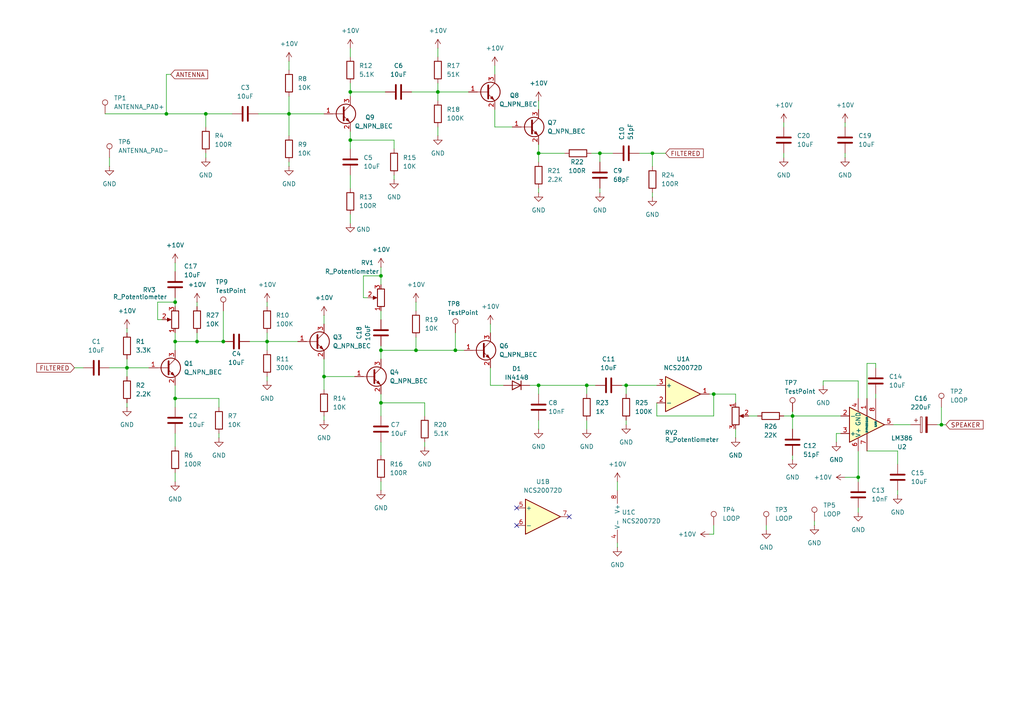
<source format=kicad_sch>
(kicad_sch (version 20250114) (generator "eeschema") (generator_version "9.0")
  (paper "A4")
  (lib_symbols
    (symbol "Amplifier_Audio:LM386" (pin_names (offset 0.127))
      (property "Reference" "U" (at 1.27 7.62 0))
      (property "Value" "LM386" (at 1.27 5.08 0))
      (symbol "LM386_0_1"
        (polyline (pts (xy 5.08 0) (xy -5.08 5.08) (xy -5.08 -5.08) (xy 5.08 0)) (stroke (width 0.254)) (fill (type background)))
      )
      (symbol "LM386_1_1"
        (pin input line (at -7.62 2.54 0) (length 2.54) (name "+") (number "3"))
        (pin input line (at -7.62 -2.54 0) (length 2.54) (name "-") (number "2"))
        (pin power_in line (at -2.54 7.62 270) (length 3.81) (name "V+") (number "6"))
        (pin power_in line (at -2.54 -7.62 90) (length 3.81) (name "GND") (number "4"))
        (pin input line (at 0 7.62 270) (length 5.08) (name "BYPASS") (number "7"))
        (pin input line (at 0 -7.62 90) (length 5.08) (name "GAIN") (number "1"))
        (pin input line (at 2.54 -7.62 90) (length 6.35) (name "GAIN") (number "8"))
        (pin output line (at 7.62 0 180) (length 2.54) (name "~") (number "5"))
      )
    )
    (symbol "Amplifier_Operational:NCS20072D" (pin_names (offset 0.127))
      (property "Reference" "U" (at 2.54 6.35 0))
      (property "Value" "NCS20072D" (at 2.54 3.81 0))
      (symbol "NCS20072D_1_1"
        (polyline (pts (xy 5.08 0) (xy -5.08 5.08) (xy -5.08 -5.08) (xy 5.08 0)) (stroke (width 0.254)) (fill (type background)))
        (pin input line (at -7.62 2.54 0) (length 2.54) (name "+") (number "3"))
        (pin input line (at -7.62 -2.54 0) (length 2.54) (name "-") (number "2"))
        (pin output line (at 7.62 0 180) (length 2.54) (name "~") (number "1"))
      )
      (symbol "NCS20072D_2_1"
        (polyline (pts (xy 5.08 0) (xy -5.08 5.08) (xy -5.08 -5.08) (xy 5.08 0)) (stroke (width 0.254)) (fill (type background)))
        (pin input line (at -7.62 2.54 0) (length 2.54) (name "+") (number "5"))
        (pin input line (at -7.62 -2.54 0) (length 2.54) (name "-") (number "6"))
        (pin output line (at 7.62 0 180) (length 2.54) (name "~") (number "7"))
      )
      (symbol "NCS20072D_3_1"
        (pin power_in line (at 0 7.62 270) (length 3.81) (name "V+") (number "8"))
        (pin power_in line (at 0 -7.62 90) (length 3.81) (name "V-") (number "4"))
      )
    )
    (symbol "Connector:TestPoint" (pin_numbers (hide yes)) (pin_names (offset 0.762) (hide yes))
      (property "Reference" "TP" (at 0 6.858 0))
      (property "Value" "TestPoint" (at 0 5.08 0))
      (symbol "TestPoint_0_1"
        (circle (center 0 3.302) (radius 0.762))
      )
      (symbol "TestPoint_1_1"
        (pin passive line (at 0 0 90) (length 2.54) (name "1") (number "1"))
      )
    )
    (symbol "Device:C" (pin_numbers (hide yes)) (pin_names (offset 0.254))
      (property "Reference" "C" (at 0.635 2.54 0))
      (property "Value" "C" (at 0.635 -2.54 0))
      (symbol "C_0_1"
        (polyline (pts (xy -2.032 0.762) (xy 2.032 0.762)) (stroke (width 0.508)))
        (polyline (pts (xy -2.032 -0.762) (xy 2.032 -0.762)) (stroke (width 0.508)))
      )
      (symbol "C_1_1"
        (pin passive line (at 0 3.81 270) (length 2.794) (name "~") (number "1"))
        (pin passive line (at 0 -3.81 90) (length 2.794) (name "~") (number "2"))
      )
    )
    (symbol "Device:C_Polarized" (pin_numbers (hide yes)) (pin_names (offset 0.254))
      (property "Reference" "C" (at 0.635 2.54 0))
      (property "Value" "C_Polarized" (at 0.635 -2.54 0))
      (symbol "C_Polarized_0_1"
        (rectangle (start -2.286 0.508) (end 2.286 1.016))
        (polyline (pts (xy -1.778 2.286) (xy -0.762 2.286)))
        (polyline (pts (xy -1.27 2.794) (xy -1.27 1.778)))
        (rectangle (start 2.286 -0.508) (end -2.286 -1.016) (fill (type outline)))
      )
      (symbol "C_Polarized_1_1"
        (pin passive line (at 0 3.81 270) (length 2.794) (name "~") (number "1"))
        (pin passive line (at 0 -3.81 90) (length 2.794) (name "~") (number "2"))
      )
    )
    (symbol "Device:D" (pin_numbers (hide yes)) (pin_names (offset 1.016) (hide yes))
      (property "Reference" "D" (at 0 2.54 0))
      (property "Value" "D" (at 0 -2.54 0))
      (symbol "D_0_1"
        (polyline (pts (xy -1.27 1.27) (xy -1.27 -1.27)) (stroke (width 0.254)))
        (polyline (pts (xy 1.27 1.27) (xy 1.27 -1.27) (xy -1.27 0) (xy 1.27 1.27)) (stroke (width 0.254)))
        (polyline (pts (xy 1.27 0) (xy -1.27 0)))
      )
      (symbol "D_1_1"
        (pin passive line (at -3.81 0 0) (length 2.54) (name "K") (number "1"))
        (pin passive line (at 3.81 0 180) (length 2.54) (name "A") (number "2"))
      )
    )
    (symbol "Device:R" (pin_numbers (hide yes)) (pin_names (offset 0))
      (property "Reference" "R" (at 2.032 0 90))
      (property "Value" "R" (at 0 0 90))
      (symbol "R_0_1"
        (rectangle (start -1.016 -2.54) (end 1.016 2.54) (stroke (width 0.254)))
      )
      (symbol "R_1_1"
        (pin passive line (at 0 3.81 270) (length 1.27) (name "~") (number "1"))
        (pin passive line (at 0 -3.81 90) (length 1.27) (name "~") (number "2"))
      )
    )
    (symbol "Device:R_Potentiometer" (pin_names (offset 1.016) (hide yes))
      (property "Reference" "RV" (at -4.445 0 90))
      (property "Value" "R_Potentiometer" (at -2.54 0 90))
      (symbol "R_Potentiometer_0_1"
        (rectangle (start 1.016 2.54) (end -1.016 -2.54) (stroke (width 0.254)))
        (polyline (pts (xy 1.143 0) (xy 2.286 0.508) (xy 2.286 -0.508) (xy 1.143 0)) (fill (type outline)))
        (polyline (pts (xy 2.54 0) (xy 1.524 0)))
      )
      (symbol "R_Potentiometer_1_1"
        (pin passive line (at 0 3.81 270) (length 1.27) (name "1") (number "1"))
        (pin passive line (at 0 -3.81 90) (length 1.27) (name "3") (number "3"))
        (pin passive line (at 3.81 0 180) (length 1.27) (name "2") (number "2"))
      )
    )
    (symbol "Transistor_BJT:Q_NPN_BEC" (pin_names (offset 0) (hide yes))
      (property "Reference" "Q" (at 5.08 1.27 0))
      (property "Value" "Q_NPN_BEC" (at 5.08 -1.27 0))
      (symbol "Q_NPN_BEC_0_1"
        (polyline (pts (xy -2.54 0) (xy 0.635 0)))
        (polyline (pts (xy 0.635 1.905) (xy 0.635 -1.905)) (stroke (width 0.508)))
        (circle (center 1.27 0) (radius 2.8194) (stroke (width 0.254)))
      )
      (symbol "Q_NPN_BEC_1_1"
        (polyline (pts (xy 0.635 0.635) (xy 2.54 2.54)))
        (polyline (pts (xy 0.635 -0.635) (xy 2.54 -2.54)))
        (polyline (pts (xy 1.27 -1.778) (xy 1.778 -1.27) (xy 2.286 -2.286) (xy 1.27 -1.778)) (fill (type outline)))
        (pin input line (at -5.08 0 0) (length 2.54) (name "B") (number "1"))
        (pin passive line (at 2.54 5.08 270) (length 2.54) (name "C") (number "3"))
        (pin passive line (at 2.54 -5.08 90) (length 2.54) (name "E") (number "2"))
      )
    )
    (symbol "power:+10V" (power) (pin_numbers (hide yes)) (pin_names (offset 0) (hide yes))
      (property "Value" "+10V" (at 0 3.556 0))
      (symbol "+10V_0_1"
        (polyline (pts (xy -0.762 1.27) (xy 0 2.54)))
        (polyline (pts (xy 0 2.54) (xy 0.762 1.27)))
        (polyline (pts (xy 0 0) (xy 0 2.54)))
      )
      (symbol "+10V_1_1"
        (pin power_in line (at 0 0 90) (length 0) (name "~") (number "1"))
      )
    )
    (symbol "power:GND" (power) (pin_numbers (hide yes)) (pin_names (offset 0) (hide yes))
      (property "Value" "GND" (at 0 -3.81 0))
      (symbol "GND_0_1"
        (polyline (pts (xy 0 0) (xy 0 -1.27) (xy 1.27 -1.27) (xy 0 -2.54) (xy -1.27 -1.27) (xy 0 -1.27)))
      )
      (symbol "GND_1_1"
        (pin power_in line (at 0 0 270) (length 0) (name "~") (number "1"))
      )
    )
  )
  (junction (at 110.49 116.84))
  (junction (at 57.15 99.06))
  (junction (at 173.99 44.45))
  (junction (at 36.83 106.68))
  (junction (at 156.21 111.76))
  (junction (at 132.08 101.6))
  (junction (at 77.47 99.06))
  (junction (at 50.8 99.06))
  (junction (at 181.61 111.76))
  (junction (at 110.49 101.6))
  (junction (at 189.23 44.45))
  (junction (at 50.8 87.63))
  (junction (at 170.18 111.76))
  (junction (at 64.77 99.06))
  (junction (at 110.49 80.01))
  (junction (at 48.26 33.02))
  (junction (at 83.82 33.02))
  (junction (at 101.6 26.67))
  (junction (at 248.92 138.43))
  (junction (at 120.65 101.6))
  (junction (at 101.6 40.64))
  (junction (at 50.8 115.57))
  (junction (at 59.69 33.02))
  (junction (at 156.21 44.45))
  (junction (at 127 26.67))
  (junction (at 207.01 114.3))
  (junction (at 229.87 120.65))
  (junction (at 93.98 109.22))
  (junction (at 273.05 123.19))
  (no_connect (at 149.86 152.4))
  (no_connect (at 165.1 149.86))
  (no_connect (at 149.86 147.32))
  (wire (pts (xy 132.08 101.6) (xy 134.62 101.6)))
  (wire (pts (xy 31.75 45.72) (xy 31.75 48.26)))
  (wire (pts (xy 142.24 93.98) (xy 142.24 96.52)))
  (wire (pts (xy 156.21 111.76) (xy 156.21 114.3)))
  (wire (pts (xy 273.05 118.11) (xy 273.05 123.19)))
  (wire (pts (xy 101.6 13.97) (xy 101.6 16.51)))
  (wire (pts (xy 93.98 91.44) (xy 93.98 93.98)))
  (wire (pts (xy 48.26 21.59) (xy 48.26 33.02)))
  (wire (pts (xy 229.87 119.38) (xy 229.87 120.65)))
  (wire (pts (xy 72.39 99.06) (xy 77.47 99.06)))
  (wire (pts (xy 120.65 97.79) (xy 120.65 101.6)))
  (wire (pts (xy 242.57 125.73) (xy 243.84 125.73)))
  (wire (pts (xy 59.69 33.02) (xy 59.69 36.83)))
  (wire (pts (xy 254 114.3) (xy 254 115.57)))
  (wire (pts (xy 105.41 86.36) (xy 106.68 86.36)))
  (wire (pts (xy 127 13.97) (xy 127 16.51)))
  (wire (pts (xy 185.42 44.45) (xy 189.23 44.45)))
  (wire (pts (xy 59.69 33.02) (xy 67.31 33.02)))
  (wire (pts (xy 63.5 125.73) (xy 63.5 127)))
  (wire (pts (xy 50.8 125.73) (xy 50.8 129.54)))
  (wire (pts (xy 77.47 99.06) (xy 77.47 96.52)))
  (wire (pts (xy 105.41 80.01) (xy 105.41 86.36)))
  (wire (pts (xy 156.21 54.61) (xy 156.21 55.88)))
  (wire (pts (xy 173.99 44.45) (xy 177.8 44.45)))
  (wire (pts (xy 229.87 120.65) (xy 229.87 124.46)))
  (wire (pts (xy 181.61 111.76) (xy 190.5 111.76)))
  (wire (pts (xy 93.98 120.65) (xy 93.98 121.92)))
  (wire (pts (xy 30.48 33.02) (xy 48.26 33.02)))
  (wire (pts (xy 101.6 24.13) (xy 101.6 26.67)))
  (wire (pts (xy 101.6 26.67) (xy 101.6 27.94)))
  (wire (pts (xy 77.47 99.06) (xy 77.47 101.6)))
  (wire (pts (xy 142.24 111.76) (xy 146.05 111.76)))
  (wire (pts (xy 101.6 50.8) (xy 101.6 54.61)))
  (wire (pts (xy 83.82 27.94) (xy 83.82 33.02)))
  (wire (pts (xy 156.21 111.76) (xy 170.18 111.76)))
  (wire (pts (xy 77.47 87.63) (xy 77.47 88.9)))
  (wire (pts (xy 248.92 147.32) (xy 248.92 148.59)))
  (wire (pts (xy 190.5 120.65) (xy 207.01 120.65)))
  (wire (pts (xy 101.6 40.64) (xy 114.3 40.64)))
  (wire (pts (xy 57.15 99.06) (xy 64.77 99.06)))
  (wire (pts (xy 119.38 26.67) (xy 127 26.67)))
  (wire (pts (xy 127 26.67) (xy 135.89 26.67)))
  (wire (pts (xy 170.18 111.76) (xy 170.18 114.3)))
  (wire (pts (xy 83.82 46.99) (xy 83.82 48.26)))
  (wire (pts (xy 50.8 87.63) (xy 50.8 88.9)))
  (wire (pts (xy 245.11 44.45) (xy 245.11 45.72)))
  (wire (pts (xy 271.78 123.19) (xy 273.05 123.19)))
  (wire (pts (xy 48.26 33.02) (xy 59.69 33.02)))
  (wire (pts (xy 101.6 26.67) (xy 111.76 26.67)))
  (wire (pts (xy 156.21 44.45) (xy 163.83 44.45)))
  (wire (pts (xy 110.49 101.6) (xy 110.49 104.14)))
  (wire (pts (xy 132.08 96.52) (xy 132.08 101.6)))
  (wire (pts (xy 143.51 19.05) (xy 143.51 21.59)))
  (wire (pts (xy 153.67 111.76) (xy 156.21 111.76)))
  (wire (pts (xy 110.49 114.3) (xy 110.49 116.84)))
  (wire (pts (xy 101.6 62.23) (xy 101.6 64.77)))
  (wire (pts (xy 110.49 77.47) (xy 110.49 80.01)))
  (wire (pts (xy 254 105.41) (xy 254 106.68)))
  (wire (pts (xy 229.87 132.08) (xy 229.87 133.35)))
  (wire (pts (xy 45.72 87.63) (xy 50.8 87.63)))
  (wire (pts (xy 156.21 41.91) (xy 156.21 44.45)))
  (wire (pts (xy 259.08 123.19) (xy 264.16 123.19)))
  (wire (pts (xy 181.61 121.92) (xy 181.61 123.19)))
  (wire (pts (xy 110.49 116.84) (xy 123.19 116.84)))
  (wire (pts (xy 110.49 139.7) (xy 110.49 142.24)))
  (wire (pts (xy 227.33 35.56) (xy 227.33 36.83)))
  (wire (pts (xy 110.49 100.33) (xy 110.49 101.6)))
  (wire (pts (xy 127 26.67) (xy 127 29.21)))
  (wire (pts (xy 172.72 111.76) (xy 170.18 111.76)))
  (wire (pts (xy 74.93 33.02) (xy 83.82 33.02)))
  (wire (pts (xy 93.98 113.03) (xy 93.98 109.22)))
  (wire (pts (xy 36.83 116.84) (xy 36.83 118.11)))
  (wire (pts (xy 245.11 138.43) (xy 248.92 138.43)))
  (wire (pts (xy 227.33 120.65) (xy 229.87 120.65)))
  (wire (pts (xy 245.11 35.56) (xy 245.11 36.83)))
  (wire (pts (xy 207.01 114.3) (xy 205.74 114.3)))
  (wire (pts (xy 83.82 33.02) (xy 93.98 33.02)))
  (wire (pts (xy 59.69 44.45) (xy 59.69 45.72)))
  (wire (pts (xy 101.6 40.64) (xy 101.6 43.18)))
  (wire (pts (xy 123.19 128.27) (xy 123.19 129.54)))
  (wire (pts (xy 21.59 106.68) (xy 24.13 106.68)))
  (wire (pts (xy 227.33 44.45) (xy 227.33 45.72)))
  (wire (pts (xy 83.82 17.78) (xy 83.82 20.32)))
  (wire (pts (xy 77.47 109.22) (xy 77.47 110.49)))
  (wire (pts (xy 213.36 116.84) (xy 213.36 114.3)))
  (wire (pts (xy 229.87 120.65) (xy 243.84 120.65)))
  (wire (pts (xy 120.65 101.6) (xy 132.08 101.6)))
  (wire (pts (xy 50.8 137.16) (xy 50.8 139.7)))
  (wire (pts (xy 110.49 128.27) (xy 110.49 132.08)))
  (wire (pts (xy 36.83 104.14) (xy 36.83 106.68)))
  (wire (pts (xy 248.92 130.81) (xy 248.92 138.43)))
  (wire (pts (xy 180.34 111.76) (xy 181.61 111.76)))
  (wire (pts (xy 123.19 116.84) (xy 123.19 120.65)))
  (wire (pts (xy 207.01 120.65) (xy 207.01 114.3)))
  (wire (pts (xy 181.61 111.76) (xy 181.61 114.3)))
  (wire (pts (xy 213.36 114.3) (xy 207.01 114.3)))
  (wire (pts (xy 36.83 106.68) (xy 43.18 106.68)))
  (wire (pts (xy 248.92 138.43) (xy 248.92 139.7)))
  (wire (pts (xy 248.92 110.49) (xy 248.92 115.57)))
  (wire (pts (xy 238.76 111.76) (xy 238.76 110.49)))
  (wire (pts (xy 260.35 134.62) (xy 260.35 130.81)))
  (wire (pts (xy 143.51 36.83) (xy 148.59 36.83)))
  (wire (pts (xy 110.49 80.01) (xy 105.41 80.01)))
  (wire (pts (xy 189.23 44.45) (xy 193.04 44.45)))
  (wire (pts (xy 114.3 40.64) (xy 114.3 43.18)))
  (wire (pts (xy 36.83 95.25) (xy 36.83 96.52)))
  (wire (pts (xy 173.99 54.61) (xy 173.99 55.88)))
  (wire (pts (xy 57.15 87.63) (xy 57.15 88.9)))
  (wire (pts (xy 217.17 120.65) (xy 219.71 120.65)))
  (wire (pts (xy 260.35 130.81) (xy 251.46 130.81)))
  (wire (pts (xy 46.99 92.71) (xy 45.72 92.71)))
  (wire (pts (xy 189.23 55.88) (xy 189.23 57.15)))
  (wire (pts (xy 142.24 106.68) (xy 142.24 111.76)))
  (wire (pts (xy 50.8 76.2) (xy 50.8 78.74)))
  (wire (pts (xy 127 36.83) (xy 127 39.37)))
  (wire (pts (xy 120.65 87.63) (xy 120.65 90.17)))
  (wire (pts (xy 31.75 106.68) (xy 36.83 106.68)))
  (wire (pts (xy 50.8 99.06) (xy 57.15 99.06)))
  (wire (pts (xy 50.8 96.52) (xy 50.8 99.06)))
  (wire (pts (xy 110.49 90.17) (xy 110.49 92.71)))
  (wire (pts (xy 93.98 104.14) (xy 93.98 109.22)))
  (wire (pts (xy 50.8 86.36) (xy 50.8 87.63)))
  (wire (pts (xy 110.49 80.01) (xy 110.49 82.55)))
  (wire (pts (xy 77.47 99.06) (xy 86.36 99.06)))
  (wire (pts (xy 236.22 151.13) (xy 236.22 152.4)))
  (wire (pts (xy 205.74 154.94) (xy 207.01 154.94)))
  (wire (pts (xy 114.3 50.8) (xy 114.3 52.07)))
  (wire (pts (xy 49.53 21.59) (xy 48.26 21.59)))
  (wire (pts (xy 156.21 121.92) (xy 156.21 124.46)))
  (wire (pts (xy 83.82 33.02) (xy 83.82 39.37)))
  (wire (pts (xy 170.18 121.92) (xy 170.18 124.46)))
  (wire (pts (xy 50.8 111.76) (xy 50.8 115.57)))
  (wire (pts (xy 93.98 109.22) (xy 102.87 109.22)))
  (wire (pts (xy 143.51 31.75) (xy 143.51 36.83)))
  (wire (pts (xy 173.99 44.45) (xy 173.99 46.99)))
  (wire (pts (xy 50.8 115.57) (xy 50.8 118.11)))
  (wire (pts (xy 57.15 96.52) (xy 57.15 99.06)))
  (wire (pts (xy 171.45 44.45) (xy 173.99 44.45)))
  (wire (pts (xy 251.46 105.41) (xy 254 105.41)))
  (wire (pts (xy 273.05 123.19) (xy 274.32 123.19)))
  (wire (pts (xy 36.83 106.68) (xy 36.83 109.22)))
  (wire (pts (xy 64.77 90.17) (xy 64.77 99.06)))
  (wire (pts (xy 190.5 116.84) (xy 190.5 120.65)))
  (wire (pts (xy 63.5 115.57) (xy 63.5 118.11)))
  (wire (pts (xy 179.07 157.48) (xy 179.07 158.75)))
  (wire (pts (xy 101.6 38.1) (xy 101.6 40.64)))
  (wire (pts (xy 242.57 128.27) (xy 242.57 125.73)))
  (wire (pts (xy 110.49 116.84) (xy 110.49 120.65)))
  (wire (pts (xy 50.8 115.57) (xy 63.5 115.57)))
  (wire (pts (xy 156.21 29.21) (xy 156.21 31.75)))
  (wire (pts (xy 110.49 101.6) (xy 120.65 101.6)))
  (wire (pts (xy 213.36 124.46) (xy 213.36 127)))
  (wire (pts (xy 179.07 139.7) (xy 179.07 142.24)))
  (wire (pts (xy 50.8 99.06) (xy 50.8 101.6)))
  (wire (pts (xy 207.01 154.94) (xy 207.01 152.4)))
  (wire (pts (xy 127 24.13) (xy 127 26.67)))
  (wire (pts (xy 222.25 152.4) (xy 222.25 153.67)))
  (wire (pts (xy 260.35 142.24) (xy 260.35 143.51)))
  (wire (pts (xy 45.72 92.71) (xy 45.72 87.63)))
  (wire (pts (xy 156.21 44.45) (xy 156.21 46.99)))
  (wire (pts (xy 251.46 115.57) (xy 251.46 105.41)))
  (wire (pts (xy 189.23 48.26) (xy 189.23 44.45)))
  (wire (pts (xy 238.76 110.49) (xy 248.92 110.49)))
  (global_label "ANTENNA" (shape input) (at 49.53 21.59 0) (property "Intersheetrefs" "${INTERSHEET_REFS}" (effects (hide yes))))
  (global_label "FILTERED" (shape input) (at 21.59 106.68 180) (property "Intersheetrefs" "${INTERSHEET_REFS}" (effects (hide yes))))
  (global_label "FILTERED" (shape input) (at 193.04 44.45 0) (property "Intersheetrefs" "${INTERSHEET_REFS}" (effects (hide yes))))
  (global_label "SPEAKER" (shape input) (at 274.32 123.19 0) (property "Intersheetrefs" "${INTERSHEET_REFS}" (effects (hide yes))))
  (symbol (lib_id "power:+10V") (at 127 13.97 0) (unit 1)
    (property "Reference" "#PWR0118" (effects (hide yes)))
    (property "Value" "+10V" (at 127 8.89 0))
    (property "Description" "Power symbol creates a global label with name \"+10V\"" (effects (hide yes)))
  )
  (symbol (lib_id "power:+10V") (at 36.83 95.25 0) (unit 1)
    (property "Reference" "#PWR0112" (effects (hide yes)))
    (property "Value" "+10V" (at 36.83 90.17 0))
    (property "Description" "Power symbol creates a global label with name \"+10V\"" (effects (hide yes)))
  )
  (symbol (lib_id "Device:R") (at 57.15 92.71 180) (unit 1)
    (property "Reference" "R27" (at 59.69 91.4399 0) (effects (justify right)))
    (property "Value" "10K" (at 59.69 93.9799 0) (effects (justify right)))
    (property "Footprint" "Resistor_SMD:R_0603_1608Metric" (effects (hide yes)))
    (property "Description" "Resistor" (effects (hide yes)))
  )
  (symbol (lib_id "power:GND") (at 229.87 133.35 0) (unit 1)
    (property "Reference" "#PWR0101" (effects (hide yes)))
    (property "Value" "GND" (at 229.87 138.43 0))
    (property "Description" "Power symbol creates a global label with name \"GND\" , ground" (effects (hide yes)))
  )
  (symbol (lib_id "power:GND") (at 114.3 52.07 0) (unit 1)
    (property "Reference" "#PWR0116" (effects (hide yes)))
    (property "Value" "GND" (at 114.3 57.15 0))
    (property "Description" "Power symbol creates a global label with name \"GND\" , ground" (effects (hide yes)))
  )
  (symbol (lib_id "power:GND") (at 173.99 55.88 0) (unit 1)
    (property "Reference" "#PWR0136" (effects (hide yes)))
    (property "Value" "GND" (at 173.99 60.96 0))
    (property "Description" "Power symbol creates a global label with name \"GND\" , ground" (effects (hide yes)))
  )
  (symbol (lib_id "Device:R") (at 167.64 44.45 270) (unit 1)
    (property "Reference" "R22" (at 167.386 46.99 90))
    (property "Value" "100R" (at 167.386 49.53 90))
    (property "Footprint" "Resistor_SMD:R_0603_1608Metric" (effects (hide yes)))
    (property "Description" "Resistor" (effects (hide yes)))
  )
  (symbol (lib_id "Connector:TestPoint") (at 64.77 90.17 0) (unit 1) (in_bom no)
    (property "Reference" "TP9" (at 62.484 81.788 0) (effects (justify left)))
    (property "Value" "TestPoint" (at 62.484 84.328 0) (effects (justify left)))
    (property "Footprint" "TestPoint:TestPoint_Plated_Hole_D2.0mm" (effects (hide yes)))
    (property "Description" "test point" (effects (hide yes)))
  )
  (symbol (lib_id "power:GND") (at 110.49 142.24 0) (unit 1)
    (property "Reference" "#PWR0126" (effects (hide yes)))
    (property "Value" "GND" (at 110.49 147.32 0))
    (property "Description" "Power symbol creates a global label with name \"GND\" , ground" (effects (hide yes)))
  )
  (symbol (lib_id "Device:C") (at 176.53 111.76 90) (unit 1)
    (property "Reference" "C11" (at 176.53 104.14 90))
    (property "Value" "10uF" (at 176.53 106.68 90))
    (property "Footprint" "Capacitor_SMD:C_0603_1608Metric" (effects (hide yes)))
    (property "Description" "Unpolarized capacitor" (effects (hide yes)))
  )
  (symbol (lib_id "power:GND") (at 127 39.37 0) (unit 1)
    (property "Reference" "#PWR0119" (effects (hide yes)))
    (property "Value" "GND" (at 127 44.45 0))
    (property "Description" "Power symbol creates a global label with name \"GND\" , ground" (effects (hide yes)))
  )
  (symbol (lib_id "Connector:TestPoint") (at 207.01 152.4 0) (unit 1)
    (property "Reference" "TP4" (at 209.55 147.8279 0) (effects (justify left)))
    (property "Value" "LOOP" (at 209.55 150.3679 0) (effects (justify left)))
    (property "Footprint" "TestPoint:TestPoint_Loop_D2.50mm_Drill1.0mm" (effects (hide yes)))
    (property "Description" "test point" (effects (hide yes)))
  )
  (symbol (lib_id "Device:R") (at 36.83 100.33 180) (unit 1)
    (property "Reference" "R1" (at 39.37 99.0599 0) (effects (justify right)))
    (property "Value" "3.3K" (at 39.37 101.5999 0) (effects (justify right)))
    (property "Footprint" "Resistor_SMD:R_0603_1608Metric" (effects (hide yes)))
    (property "Description" "Resistor" (effects (hide yes)))
  )
  (symbol (lib_id "power:+10V") (at 120.65 87.63 0) (unit 1)
    (property "Reference" "#PWR0129" (effects (hide yes)))
    (property "Value" "+10V" (at 120.65 82.55 0))
    (property "Description" "Power symbol creates a global label with name \"+10V\"" (effects (hide yes)))
  )
  (symbol (lib_id "Device:R_Potentiometer") (at 50.8 92.71 180) (unit 1)
    (property "Reference" "RV3" (at 41.402 84.074 0) (effects (justify right)))
    (property "Value" "R_Potentiometer" (at 32.766 86.106 0) (effects (justify right)))
    (property "Footprint" "Potentiometer_THT:Potentiometer_Bourns_3386P_Vertical" (effects (hide yes)))
    (property "Description" "Potentiometer" (effects (hide yes)))
  )
  (symbol (lib_id "power:GND") (at 213.36 127 0) (unit 1)
    (property "Reference" "#PWR0105" (effects (hide yes)))
    (property "Value" "GND" (at 213.36 132.08 0))
    (property "Description" "Power symbol creates a global label with name \"GND\" , ground" (effects (hide yes)))
  )
  (symbol (lib_id "Transistor_BJT:Q_NPN_BEC") (at 139.7 101.6 0) (unit 1)
    (property "Reference" "Q6" (at 144.78 100.3299 0) (effects (justify left)))
    (property "Value" "Q_NPN_BEC" (at 144.78 102.8699 0) (effects (justify left)))
    (property "Footprint" "Package_TO_SOT_SMD:SOT-23" (effects (hide yes)))
    (property "Description" "NPN transistor, base/emitter/collector" (effects (hide yes)))
  )
  (symbol (lib_id "power:GND") (at 227.33 45.72 0) (unit 1)
    (property "Reference" "#PWR0141" (effects (hide yes)))
    (property "Value" "GND" (at 227.33 50.8 0))
    (property "Description" "Power symbol creates a global label with name \"GND\" , ground" (effects (hide yes)))
  )
  (symbol (lib_id "Device:R") (at 59.69 40.64 180) (unit 1)
    (property "Reference" "R4" (at 62.23 39.3699 0) (effects (justify right)))
    (property "Value" "100R" (at 62.23 41.9099 0) (effects (justify right)))
    (property "Footprint" "Resistor_SMD:R_0603_1608Metric" (effects (hide yes)))
    (property "Description" "Resistor" (effects (hide yes)))
  )
  (symbol (lib_id "power:GND") (at 83.82 48.26 0) (unit 1)
    (property "Reference" "#PWR0115" (effects (hide yes)))
    (property "Value" "GND" (at 83.82 53.34 0))
    (property "Description" "Power symbol creates a global label with name \"GND\" , ground" (effects (hide yes)))
  )
  (symbol (lib_id "Device:R") (at 127 33.02 180) (unit 1)
    (property "Reference" "R18" (at 129.54 31.7499 0) (effects (justify right)))
    (property "Value" "100K" (at 129.54 34.2899 0) (effects (justify right)))
    (property "Footprint" "Resistor_SMD:R_0603_1608Metric" (effects (hide yes)))
    (property "Description" "Resistor" (effects (hide yes)))
  )
  (symbol (lib_id "Device:R") (at 170.18 118.11 180) (unit 1)
    (property "Reference" "R23" (at 172.72 116.8399 0) (effects (justify right)))
    (property "Value" "1K" (at 172.72 119.3799 0) (effects (justify right)))
    (property "Footprint" "Resistor_SMD:R_0603_1608Metric" (effects (hide yes)))
    (property "Description" "Resistor" (effects (hide yes)))
  )
  (symbol (lib_id "Device:C") (at 110.49 96.52 0) (unit 1)
    (property "Reference" "C18" (at 104.14 96.52 90))
    (property "Value" "10uF" (at 106.68 96.52 90))
    (property "Footprint" "Capacitor_SMD:C_0603_1608Metric" (effects (hide yes)))
    (property "Description" "Unpolarized capacitor" (effects (hide yes)))
  )
  (symbol (lib_id "Device:R") (at 156.21 50.8 180) (unit 1)
    (property "Reference" "R21" (at 158.75 49.5299 0) (effects (justify right)))
    (property "Value" "2.2K" (at 158.75 52.0699 0) (effects (justify right)))
    (property "Footprint" "Resistor_SMD:R_0603_1608Metric" (effects (hide yes)))
    (property "Description" "Resistor" (effects (hide yes)))
  )
  (symbol (lib_id "Connector:TestPoint") (at 236.22 151.13 0) (unit 1)
    (property "Reference" "TP5" (at 238.76 146.5579 0) (effects (justify left)))
    (property "Value" "LOOP" (at 238.76 149.0979 0) (effects (justify left)))
    (property "Footprint" "TestPoint:TestPoint_Loop_D2.50mm_Drill1.0mm" (effects (hide yes)))
    (property "Description" "test point" (effects (hide yes)))
  )
  (symbol (lib_id "power:GND") (at 31.75 48.26 0) (unit 1)
    (property "Reference" "#PWR0147" (effects (hide yes)))
    (property "Value" "GND" (at 31.75 53.34 0))
    (property "Description" "Power symbol creates a global label with name \"GND\" , ground" (effects (hide yes)))
  )
  (symbol (lib_id "Amplifier_Operational:NCS20072D") (at 179.07 149.86 0) (unit 3)
    (property "Reference" "U1" (at 180.34 148.5899 0) (effects (justify left)))
    (property "Value" "NCS20072D" (at 180.34 151.1299 0) (effects (justify left)))
    (property "Footprint" "Package_SO:SOIC-8_3.9x4.9mm_P1.27mm" (effects (hide yes)))
    (property "Datasheet" "https://www.onsemi.com/pub/Collateral/NCS20071-D.PDF" (effects (hide yes)))
    (property "Description" "Dual, 2.8V/µs, Rail-to-Rail Output, SOIC-8" (effects (hide yes)))
  )
  (symbol (lib_id "Device:C") (at 248.92 143.51 0) (unit 1)
    (property "Reference" "C13" (at 252.73 142.2399 0) (effects (justify left)))
    (property "Value" "10nF" (at 252.73 144.7799 0) (effects (justify left)))
    (property "Footprint" "Capacitor_SMD:C_0603_1608Metric" (effects (hide yes)))
    (property "Description" "Unpolarized capacitor" (effects (hide yes)))
  )
  (symbol (lib_id "Connector:TestPoint") (at 31.75 45.72 0) (unit 1) (in_bom no)
    (property "Reference" "TP6" (at 34.29 41.1479 0) (effects (justify left)))
    (property "Value" "ANTENNA_PAD-" (at 34.29 43.6879 0) (effects (justify left)))
    (property "Footprint" "TestPoint:TestPoint_Pad_D4.0mm" (effects (hide yes)))
    (property "Description" "test point" (effects (hide yes)))
  )
  (symbol (lib_id "Device:R") (at 223.52 120.65 90) (unit 1)
    (property "Reference" "R26" (at 223.52 123.698 90))
    (property "Value" "22K" (at 223.52 126.238 90))
    (property "Footprint" "Resistor_SMD:R_0603_1608Metric" (effects (hide yes)))
    (property "Description" "Resistor" (effects (hide yes)))
  )
  (symbol (lib_id "power:GND") (at 181.61 123.19 0) (unit 1)
    (property "Reference" "#PWR0124" (effects (hide yes)))
    (property "Value" "GND" (at 181.61 128.27 0))
    (property "Description" "Power symbol creates a global label with name \"GND\" , ground" (effects (hide yes)))
  )
  (symbol (lib_id "Device:C") (at 110.49 124.46 180) (unit 1)
    (property "Reference" "C7" (at 113.284 123.19 0) (effects (justify right)))
    (property "Value" "10uF" (at 113.284 125.73 0) (effects (justify right)))
    (property "Footprint" "Capacitor_SMD:C_0603_1608Metric" (effects (hide yes)))
    (property "Description" "Unpolarized capacitor" (effects (hide yes)))
  )
  (symbol (lib_id "Device:R") (at 77.47 105.41 180) (unit 1)
    (property "Reference" "R11" (at 80.01 104.1399 0) (effects (justify right)))
    (property "Value" "300K" (at 80.01 106.6799 0) (effects (justify right)))
    (property "Footprint" "Resistor_SMD:R_0603_1608Metric" (effects (hide yes)))
    (property "Description" "Resistor" (effects (hide yes)))
  )
  (symbol (lib_id "power:+10V") (at 179.07 139.7 0) (unit 1)
    (property "Reference" "#PWR0142" (effects (hide yes)))
    (property "Value" "+10V" (at 179.07 134.62 0))
    (property "Description" "Power symbol creates a global label with name \"+10V\"" (effects (hide yes)))
  )
  (symbol (lib_id "Device:R_Potentiometer") (at 110.49 86.36 180) (unit 1)
    (property "Reference" "RV1" (at 104.648 76.2 0) (effects (justify right)))
    (property "Value" "R_Potentiometer" (at 94.234 78.74 0) (effects (justify right)))
    (property "Footprint" "Potentiometer_THT:Potentiometer_Bourns_3386P_Vertical" (effects (hide yes)))
    (property "Description" "Potentiometer" (effects (hide yes)))
  )
  (symbol (lib_id "Connector:TestPoint") (at 132.08 96.52 0) (unit 1) (in_bom no)
    (property "Reference" "TP8" (at 129.794 88.138 0) (effects (justify left)))
    (property "Value" "TestPoint" (at 129.794 90.678 0) (effects (justify left)))
    (property "Footprint" "TestPoint:TestPoint_Plated_Hole_D2.0mm" (effects (hide yes)))
    (property "Description" "test point" (effects (hide yes)))
  )
  (symbol (lib_id "Connector:TestPoint") (at 273.05 118.11 0) (unit 1)
    (property "Reference" "TP2" (at 275.59 113.5379 0) (effects (justify left)))
    (property "Value" "LOOP" (at 275.59 116.0779 0) (effects (justify left)))
    (property "Footprint" "TestPoint:TestPoint_Loop_D2.50mm_Drill1.0mm" (effects (hide yes)))
    (property "Description" "test point" (effects (hide yes)))
  )
  (symbol (lib_id "Device:R") (at 101.6 58.42 180) (unit 1)
    (property "Reference" "R13" (at 104.14 57.1499 0) (effects (justify right)))
    (property "Value" "100R" (at 104.14 59.6899 0) (effects (justify right)))
    (property "Footprint" "Resistor_SMD:R_0603_1608Metric" (effects (hide yes)))
    (property "Description" "Resistor" (effects (hide yes)))
  )
  (symbol (lib_id "power:+10V") (at 83.82 17.78 0) (unit 1)
    (property "Reference" "#PWR0117" (effects (hide yes)))
    (property "Value" "+10V" (at 83.82 12.7 0))
    (property "Description" "Power symbol creates a global label with name \"+10V\"" (effects (hide yes)))
  )
  (symbol (lib_id "Device:R") (at 123.19 124.46 180) (unit 1)
    (property "Reference" "R20" (at 125.73 123.1899 0) (effects (justify right)))
    (property "Value" "5.1K" (at 125.73 125.7299 0) (effects (justify right)))
    (property "Footprint" "Resistor_SMD:R_0603_1608Metric" (effects (hide yes)))
    (property "Description" "Resistor" (effects (hide yes)))
  )
  (symbol (lib_id "power:GND") (at 101.6 64.77 0) (unit 1)
    (property "Reference" "#PWR0128" (effects (hide yes)))
    (property "Value" "GND" (at 105.41 66.548 0))
    (property "Description" "Power symbol creates a global label with name \"GND\" , ground" (effects (hide yes)))
  )
  (symbol (lib_id "Device:C") (at 260.35 138.43 180) (unit 1)
    (property "Reference" "C15" (at 264.16 137.1599 0) (effects (justify right)))
    (property "Value" "10uF" (at 264.16 139.6999 0) (effects (justify right)))
    (property "Footprint" "Capacitor_SMD:C_0603_1608Metric" (effects (hide yes)))
    (property "Description" "Unpolarized capacitor" (effects (hide yes)))
  )
  (symbol (lib_id "power:GND") (at 156.21 55.88 0) (unit 1)
    (property "Reference" "#PWR0135" (effects (hide yes)))
    (property "Value" "GND" (at 156.21 60.96 0))
    (property "Description" "Power symbol creates a global label with name \"GND\" , ground" (effects (hide yes)))
  )
  (symbol (lib_id "Device:C") (at 227.33 40.64 180) (unit 1)
    (property "Reference" "C20" (at 231.14 39.3699 0) (effects (justify right)))
    (property "Value" "10uF" (at 231.14 41.9099 0) (effects (justify right)))
    (property "Footprint" "Capacitor_SMD:C_0603_1608Metric" (effects (hide yes)))
    (property "Description" "Unpolarized capacitor" (effects (hide yes)))
  )
  (symbol (lib_id "power:GND") (at 36.83 118.11 0) (unit 1)
    (property "Reference" "#PWR0111" (effects (hide yes)))
    (property "Value" "GND" (at 36.83 123.19 0))
    (property "Description" "Power symbol creates a global label with name \"GND\" , ground" (effects (hide yes)))
  )
  (symbol (lib_id "power:+10V") (at 57.15 87.63 0) (unit 1)
    (property "Reference" "#PWR0137" (effects (hide yes)))
    (property "Value" "+10V" (at 57.15 82.55 0))
    (property "Description" "Power symbol creates a global label with name \"+10V\"" (effects (hide yes)))
  )
  (symbol (lib_id "Device:R") (at 189.23 52.07 0) (unit 1)
    (property "Reference" "R24" (at 191.77 50.7999 0) (effects (justify left)))
    (property "Value" "100R" (at 191.77 53.3399 0) (effects (justify left)))
    (property "Footprint" "Resistor_SMD:R_0603_1608Metric" (effects (hide yes)))
    (property "Description" "Resistor" (effects (hide yes)))
  )
  (symbol (lib_id "power:GND") (at 242.57 128.27 0) (unit 1)
    (property "Reference" "#PWR0102" (effects (hide yes)))
    (property "Value" "GND" (at 242.57 133.35 0))
    (property "Description" "Power symbol creates a global label with name \"GND\" , ground" (effects (hide yes)))
  )
  (symbol (lib_id "Device:R") (at 83.82 24.13 180) (unit 1)
    (property "Reference" "R8" (at 86.36 22.8599 0) (effects (justify right)))
    (property "Value" "10K" (at 86.36 25.3999 0) (effects (justify right)))
    (property "Footprint" "Resistor_SMD:R_0603_1608Metric" (effects (hide yes)))
    (property "Description" "Resistor" (effects (hide yes)))
  )
  (symbol (lib_id "Device:R") (at 110.49 135.89 180) (unit 1)
    (property "Reference" "R16" (at 113.03 134.6199 0) (effects (justify right)))
    (property "Value" "100R" (at 113.03 137.1599 0) (effects (justify right)))
    (property "Footprint" "Resistor_SMD:R_0603_1608Metric" (effects (hide yes)))
    (property "Description" "Resistor" (effects (hide yes)))
  )
  (symbol (lib_id "Device:R") (at 93.98 116.84 180) (unit 1)
    (property "Reference" "R14" (at 96.52 115.5699 0) (effects (justify right)))
    (property "Value" "10K" (at 96.52 118.1099 0) (effects (justify right)))
    (property "Footprint" "Resistor_SMD:R_0603_1608Metric" (effects (hide yes)))
    (property "Description" "Resistor" (effects (hide yes)))
  )
  (symbol (lib_id "Device:C") (at 50.8 121.92 180) (unit 1)
    (property "Reference" "C2" (at 54.61 120.6499 0) (effects (justify right)))
    (property "Value" "10uF" (at 54.61 123.1899 0) (effects (justify right)))
    (property "Footprint" "Capacitor_SMD:C_0603_1608Metric" (effects (hide yes)))
    (property "Description" "Unpolarized capacitor" (effects (hide yes)))
  )
  (symbol (lib_id "Device:C") (at 229.87 128.27 0) (unit 1)
    (property "Reference" "C12" (at 232.918 129.286 0) (effects (justify left)))
    (property "Value" "51pF" (at 232.918 131.826 0) (effects (justify left)))
    (property "Footprint" "Capacitor_SMD:C_0603_1608Metric" (effects (hide yes)))
    (property "Description" "Unpolarized capacitor" (effects (hide yes)))
  )
  (symbol (lib_id "power:+10V") (at 245.11 35.56 0) (unit 1)
    (property "Reference" "#PWR0138" (effects (hide yes)))
    (property "Value" "+10V" (at 245.11 30.48 0))
    (property "Description" "Power symbol creates a global label with name \"+10V\"" (effects (hide yes)))
  )
  (symbol (lib_id "power:GND") (at 248.92 148.59 0) (unit 1)
    (property "Reference" "#PWR0103" (effects (hide yes)))
    (property "Value" "GND" (at 248.92 153.67 0))
    (property "Description" "Power symbol creates a global label with name \"GND\" , ground" (effects (hide yes)))
  )
  (symbol (lib_id "power:+10V") (at 205.74 154.94 90) (unit 1)
    (property "Reference" "#PWR0145" (effects (hide yes)))
    (property "Value" "+10V" (at 201.93 154.9399 90) (effects (justify left)))
    (property "Description" "Power symbol creates a global label with name \"+10V\"" (effects (hide yes)))
  )
  (symbol (lib_id "Device:C") (at 68.58 99.06 270) (unit 1)
    (property "Reference" "C4" (at 68.58 102.616 90))
    (property "Value" "10uF" (at 68.58 105.156 90))
    (property "Footprint" "Capacitor_SMD:C_0603_1608Metric" (effects (hide yes)))
    (property "Description" "Unpolarized capacitor" (effects (hide yes)))
  )
  (symbol (lib_id "Transistor_BJT:Q_NPN_BEC") (at 99.06 33.02 0) (unit 1)
    (property "Reference" "Q9" (at 105.918 34.036 0) (effects (justify left)))
    (property "Value" "Q_NPN_BEC" (at 102.87 36.576 0) (effects (justify left)))
    (property "Footprint" "Package_TO_SOT_SMD:SOT-23" (effects (hide yes)))
    (property "Description" "NPN transistor, base/emitter/collector" (effects (hide yes)))
  )
  (symbol (lib_id "Device:R") (at 50.8 133.35 180) (unit 1)
    (property "Reference" "R6" (at 53.34 132.0799 0) (effects (justify right)))
    (property "Value" "100R" (at 53.34 134.6199 0) (effects (justify right)))
    (property "Footprint" "Resistor_SMD:R_0603_1608Metric" (effects (hide yes)))
    (property "Description" "Resistor" (effects (hide yes)))
  )
  (symbol (lib_id "Device:C") (at 156.21 118.11 180) (unit 1)
    (property "Reference" "C8" (at 159.004 116.84 0) (effects (justify right)))
    (property "Value" "10nF" (at 159.004 119.38 0) (effects (justify right)))
    (property "Footprint" "Capacitor_SMD:C_0603_1608Metric" (effects (hide yes)))
    (property "Description" "Unpolarized capacitor" (effects (hide yes)))
  )
  (symbol (lib_id "Device:R") (at 77.47 92.71 180) (unit 1)
    (property "Reference" "R10" (at 80.01 91.4399 0) (effects (justify right)))
    (property "Value" "100K" (at 80.01 93.9799 0) (effects (justify right)))
    (property "Footprint" "Resistor_SMD:R_0603_1608Metric" (effects (hide yes)))
    (property "Description" "Resistor" (effects (hide yes)))
  )
  (symbol (lib_id "Device:C") (at 71.12 33.02 90) (unit 1)
    (property "Reference" "C3" (at 71.12 25.4 90))
    (property "Value" "10uF" (at 71.12 27.94 90))
    (property "Footprint" "Capacitor_SMD:C_0603_1608Metric" (effects (hide yes)))
    (property "Description" "Unpolarized capacitor" (effects (hide yes)))
  )
  (symbol (lib_id "Device:C_Polarized") (at 267.97 123.19 90) (mirror x) (unit 1)
    (property "Reference" "C16" (at 267.081 115.57 90))
    (property "Value" "220uF" (at 267.081 118.11 90))
    (property "Footprint" "Capacitor_THT:C_Radial_D8.0mm_H11.5mm_P3.50mm" (effects (hide yes)))
    (property "Description" "Polarized capacitor" (effects (hide yes)))
  )
  (symbol (lib_id "Transistor_BJT:Q_NPN_BEC") (at 48.26 106.68 0) (unit 1)
    (property "Reference" "Q1" (at 53.34 105.4099 0) (effects (justify left)))
    (property "Value" "Q_NPN_BEC" (at 53.34 107.9499 0) (effects (justify left)))
    (property "Footprint" "Package_TO_SOT_SMD:SOT-23" (effects (hide yes)))
    (property "Description" "NPN transistor, base/emitter/collector" (effects (hide yes)))
  )
  (symbol (lib_id "power:+10V") (at 245.11 138.43 90) (unit 1)
    (property "Reference" "#PWR0148" (effects (hide yes)))
    (property "Value" "+10V" (at 241.3 138.4299 90) (effects (justify left)))
    (property "Description" "Power symbol creates a global label with name \"+10V\"" (effects (hide yes)))
  )
  (symbol (lib_id "Device:R") (at 101.6 20.32 180) (unit 1)
    (property "Reference" "R12" (at 104.14 19.0499 0) (effects (justify right)))
    (property "Value" "5.1K" (at 104.14 21.5899 0) (effects (justify right)))
    (property "Footprint" "Resistor_SMD:R_0603_1608Metric" (effects (hide yes)))
    (property "Description" "Resistor" (effects (hide yes)))
  )
  (symbol (lib_id "power:GND") (at 222.25 153.67 0) (unit 1)
    (property "Reference" "#PWR0144" (effects (hide yes)))
    (property "Value" "GND" (at 222.25 158.75 0))
    (property "Description" "Power symbol creates a global label with name \"GND\" , ground" (effects (hide yes)))
  )
  (symbol (lib_id "power:GND") (at 50.8 139.7 0) (unit 1)
    (property "Reference" "#PWR0109" (effects (hide yes)))
    (property "Value" "GND" (at 50.8 144.78 0))
    (property "Description" "Power symbol creates a global label with name \"GND\" , ground" (effects (hide yes)))
  )
  (symbol (lib_id "power:+10V") (at 93.98 91.44 0) (unit 1)
    (property "Reference" "#PWR0131" (effects (hide yes)))
    (property "Value" "+10V" (at 93.98 86.36 0))
    (property "Description" "Power symbol creates a global label with name \"+10V\"" (effects (hide yes)))
  )
  (symbol (lib_id "Device:R_Potentiometer") (at 213.36 120.65 0) (unit 1)
    (property "Reference" "RV2" (at 196.596 125.476 0) (effects (justify right)))
    (property "Value" "R_Potentiometer" (at 208.534 127.508 0) (effects (justify right)))
    (property "Footprint" "Potentiometer_THT:Potentiometer_Bourns_3386P_Vertical" (effects (hide yes)))
    (property "Description" "Potentiometer" (effects (hide yes)))
  )
  (symbol (lib_id "Connector:TestPoint") (at 30.48 33.02 0) (unit 1) (in_bom no)
    (property "Reference" "TP1" (at 33.02 28.4479 0) (effects (justify left)))
    (property "Value" "ANTENNA_PAD+" (at 33.02 30.9879 0) (effects (justify left)))
    (property "Footprint" "TestPoint:TestPoint_Pad_D4.0mm" (effects (hide yes)))
    (property "Description" "test point" (effects (hide yes)))
  )
  (symbol (lib_id "Device:C") (at 173.99 50.8 0) (unit 1)
    (property "Reference" "C9" (at 177.8 49.5299 0) (effects (justify left)))
    (property "Value" "68pF" (at 177.8 52.0699 0) (effects (justify left)))
    (property "Footprint" "Capacitor_SMD:C_0603_1608Metric" (effects (hide yes)))
    (property "Description" "Unpolarized capacitor" (effects (hide yes)))
  )
  (symbol (lib_id "power:+10V") (at 156.21 29.21 0) (unit 1)
    (property "Reference" "#PWR0133" (effects (hide yes)))
    (property "Value" "+10V" (at 156.21 24.13 0))
    (property "Description" "Power symbol creates a global label with name \"+10V\"" (effects (hide yes)))
  )
  (symbol (lib_id "power:GND") (at 77.47 110.49 0) (unit 1)
    (property "Reference" "#PWR0108" (effects (hide yes)))
    (property "Value" "GND" (at 77.47 115.57 0))
    (property "Description" "Power symbol creates a global label with name \"GND\" , ground" (effects (hide yes)))
  )
  (symbol (lib_id "Device:R") (at 181.61 118.11 0) (unit 1)
    (property "Reference" "R25" (at 184.15 116.8399 0) (effects (justify left)))
    (property "Value" "100K" (at 184.15 119.3799 0) (effects (justify left)))
    (property "Footprint" "Resistor_SMD:R_0603_1608Metric" (effects (hide yes)))
    (property "Description" "Resistor" (effects (hide yes)))
  )
  (symbol (lib_id "Transistor_BJT:Q_NPN_BEC") (at 153.67 36.83 0) (unit 1)
    (property "Reference" "Q7" (at 158.75 35.5599 0) (effects (justify left)))
    (property "Value" "Q_NPN_BEC" (at 158.75 38.0999 0) (effects (justify left)))
    (property "Footprint" "Package_TO_SOT_SMD:SOT-23" (effects (hide yes)))
    (property "Description" "NPN transistor, base/emitter/collector" (effects (hide yes)))
  )
  (symbol (lib_id "Device:C") (at 50.8 82.55 180) (unit 1)
    (property "Reference" "C17" (at 53.34 77.216 0) (effects (justify right)))
    (property "Value" "10uF" (at 53.34 79.756 0) (effects (justify right)))
    (property "Footprint" "Capacitor_SMD:C_0603_1608Metric" (effects (hide yes)))
    (property "Description" "Unpolarized capacitor" (effects (hide yes)))
  )
  (symbol (lib_id "Connector:TestPoint") (at 229.87 119.38 0) (unit 1) (in_bom no)
    (property "Reference" "TP7" (at 227.584 110.998 0) (effects (justify left)))
    (property "Value" "TestPoint" (at 227.584 113.538 0) (effects (justify left)))
    (property "Footprint" "TestPoint:TestPoint_Plated_Hole_D2.0mm" (effects (hide yes)))
    (property "Description" "test point" (effects (hide yes)))
  )
  (symbol (lib_id "power:GND") (at 156.21 124.46 0) (unit 1)
    (property "Reference" "#PWR0122" (effects (hide yes)))
    (property "Value" "GND" (at 156.21 129.54 0))
    (property "Description" "Power symbol creates a global label with name \"GND\" , ground" (effects (hide yes)))
  )
  (symbol (lib_id "Amplifier_Audio:LM386") (at 251.46 123.19 0) (mirror x) (unit 1)
    (property "Reference" "U2" (at 261.62 129.6102 0))
    (property "Value" "LM386" (at 261.62 127.0702 0))
    (property "Footprint" "Package_SO:SOIC-8_3.9x4.9mm_P1.27mm" (effects (hide yes)))
    (property "Datasheet" "http://www.ti.com/lit/ds/symlink/lm386.pdf" (effects (hide yes)))
    (property "Description" "Low Voltage Audio Power Amplifier, DIP-8/SOIC-8/SSOP-8" (effects (hide yes)))
  )
  (symbol (lib_id "Device:R") (at 83.82 43.18 180) (unit 1)
    (property "Reference" "R9" (at 86.36 41.9099 0) (effects (justify right)))
    (property "Value" "10K" (at 86.36 44.4499 0) (effects (justify right)))
    (property "Footprint" "Resistor_SMD:R_0603_1608Metric" (effects (hide yes)))
    (property "Description" "Resistor" (effects (hide yes)))
  )
  (symbol (lib_id "power:GND") (at 179.07 158.75 0) (unit 1)
    (property "Reference" "#PWR0143" (effects (hide yes)))
    (property "Value" "GND" (at 179.07 163.83 0))
    (property "Description" "Power symbol creates a global label with name \"GND\" , ground" (effects (hide yes)))
  )
  (symbol (lib_id "power:+10V") (at 110.49 77.47 0) (unit 1)
    (property "Reference" "#PWR0127" (effects (hide yes)))
    (property "Value" "+10V" (at 110.49 72.39 0))
    (property "Description" "Power symbol creates a global label with name \"+10V\"" (effects (hide yes)))
  )
  (symbol (lib_id "power:+10V") (at 227.33 35.56 0) (unit 1)
    (property "Reference" "#PWR0140" (effects (hide yes)))
    (property "Value" "+10V" (at 227.33 30.48 0))
    (property "Description" "Power symbol creates a global label with name \"+10V\"" (effects (hide yes)))
  )
  (symbol (lib_id "power:GND") (at 245.11 45.72 0) (unit 1)
    (property "Reference" "#PWR0139" (effects (hide yes)))
    (property "Value" "GND" (at 245.11 50.8 0))
    (property "Description" "Power symbol creates a global label with name \"GND\" , ground" (effects (hide yes)))
  )
  (symbol (lib_id "power:GND") (at 93.98 121.92 0) (unit 1)
    (property "Reference" "#PWR0130" (effects (hide yes)))
    (property "Value" "GND" (at 93.98 127 0))
    (property "Description" "Power symbol creates a global label with name \"GND\" , ground" (effects (hide yes)))
  )
  (symbol (lib_id "power:GND") (at 59.69 45.72 0) (unit 1)
    (property "Reference" "#PWR0120" (effects (hide yes)))
    (property "Value" "GND" (at 59.69 50.8 0))
    (property "Description" "Power symbol creates a global label with name \"GND\" , ground" (effects (hide yes)))
  )
  (symbol (lib_id "Connector:TestPoint") (at 222.25 152.4 0) (unit 1)
    (property "Reference" "TP3" (at 224.79 147.8279 0) (effects (justify left)))
    (property "Value" "LOOP" (at 224.79 150.3679 0) (effects (justify left)))
    (property "Footprint" "TestPoint:TestPoint_Loop_D2.50mm_Drill1.0mm" (effects (hide yes)))
    (property "Description" "test point" (effects (hide yes)))
  )
  (symbol (lib_id "Transistor_BJT:Q_NPN_BEC") (at 91.44 99.06 0) (unit 1)
    (property "Reference" "Q3" (at 96.52 97.7899 0) (effects (justify left)))
    (property "Value" "Q_NPN_BEC" (at 96.52 100.3299 0) (effects (justify left)))
    (property "Footprint" "Package_TO_SOT_SMD:SOT-23" (effects (hide yes)))
    (property "Description" "NPN transistor, base/emitter/collector" (effects (hide yes)))
  )
  (symbol (lib_id "Device:C") (at 245.11 40.64 180) (unit 1)
    (property "Reference" "C19" (at 248.92 39.3699 0) (effects (justify right)))
    (property "Value" "10uF" (at 248.92 41.9099 0) (effects (justify right)))
    (property "Footprint" "Capacitor_SMD:C_0603_1608Metric" (effects (hide yes)))
    (property "Description" "Unpolarized capacitor" (effects (hide yes)))
  )
  (symbol (lib_id "Device:D") (at 149.86 111.76 180) (unit 1)
    (property "Reference" "D1" (at 149.86 106.934 0))
    (property "Value" "IN4148" (at 149.86 109.474 0))
    (property "Footprint" "Diode_SMD:D_SOD-123" (effects (hide yes)))
    (property "Description" "Diode" (effects (hide yes)))
    (property "Sim.Device" "D" (effects (hide yes)))
    (property "Sim.Pins" "1=K 2=A" (effects (hide yes)))
  )
  (symbol (lib_id "Device:C") (at 115.57 26.67 270) (unit 1)
    (property "Reference" "C6" (at 115.57 19.05 90))
    (property "Value" "10uF" (at 115.57 21.59 90))
    (property "Footprint" "Capacitor_SMD:C_0603_1608Metric" (effects (hide yes)))
    (property "Description" "Unpolarized capacitor" (effects (hide yes)))
  )
  (symbol (lib_id "power:+10V") (at 50.8 76.2 0) (unit 1)
    (property "Reference" "#PWR0113" (effects (hide yes)))
    (property "Value" "+10V" (at 50.8 71.12 0))
    (property "Description" "Power symbol creates a global label with name \"+10V\"" (effects (hide yes)))
  )
  (symbol (lib_id "Device:C") (at 254 110.49 180) (unit 1)
    (property "Reference" "C14" (at 257.81 109.2199 0) (effects (justify right)))
    (property "Value" "10uF" (at 257.81 111.7599 0) (effects (justify right)))
    (property "Footprint" "Capacitor_SMD:C_0603_1608Metric" (effects (hide yes)))
    (property "Description" "Unpolarized capacitor" (effects (hide yes)))
  )
  (symbol (lib_id "Device:R") (at 127 20.32 180) (unit 1)
    (property "Reference" "R17" (at 129.54 19.0499 0) (effects (justify right)))
    (property "Value" "51K" (at 129.54 21.5899 0) (effects (justify right)))
    (property "Footprint" "Resistor_SMD:R_0603_1608Metric" (effects (hide yes)))
    (property "Description" "Resistor" (effects (hide yes)))
  )
  (symbol (lib_id "Device:C") (at 27.94 106.68 90) (unit 1)
    (property "Reference" "C1" (at 27.94 99.06 90))
    (property "Value" "10uF" (at 27.94 101.6 90))
    (property "Footprint" "Capacitor_SMD:C_0603_1608Metric" (effects (hide yes)))
    (property "Description" "Unpolarized capacitor" (effects (hide yes)))
  )
  (symbol (lib_id "Device:C") (at 181.61 44.45 90) (unit 1)
    (property "Reference" "C10" (at 180.3399 40.64 0) (effects (justify left)))
    (property "Value" "51pF" (at 182.8799 40.64 0) (effects (justify left)))
    (property "Footprint" "Capacitor_SMD:C_0603_1608Metric" (effects (hide yes)))
    (property "Description" "Unpolarized capacitor" (effects (hide yes)))
  )
  (symbol (lib_id "power:GND") (at 236.22 152.4 0) (unit 1)
    (property "Reference" "#PWR0146" (effects (hide yes)))
    (property "Value" "GND" (at 236.22 157.48 0))
    (property "Description" "Power symbol creates a global label with name \"GND\" , ground" (effects (hide yes)))
  )
  (symbol (lib_id "Device:R") (at 114.3 46.99 180) (unit 1)
    (property "Reference" "R15" (at 116.84 45.7199 0) (effects (justify right)))
    (property "Value" "10K" (at 116.84 48.2599 0) (effects (justify right)))
    (property "Footprint" "Resistor_SMD:R_0603_1608Metric" (effects (hide yes)))
    (property "Description" "Resistor" (effects (hide yes)))
  )
  (symbol (lib_id "power:GND") (at 238.76 111.76 0) (unit 1)
    (property "Reference" "#PWR0104" (effects (hide yes)))
    (property "Value" "GND" (at 238.76 116.84 0))
    (property "Description" "Power symbol creates a global label with name \"GND\" , ground" (effects (hide yes)))
  )
  (symbol (lib_id "power:+10V") (at 101.6 13.97 0) (unit 1)
    (property "Reference" "#PWR0114" (effects (hide yes)))
    (property "Value" "+10V" (at 101.6 8.89 0))
    (property "Description" "Power symbol creates a global label with name \"+10V\"" (effects (hide yes)))
  )
  (symbol (lib_id "Device:R") (at 63.5 121.92 180) (unit 1)
    (property "Reference" "R7" (at 66.04 120.6499 0) (effects (justify right)))
    (property "Value" "10K" (at 66.04 123.1899 0) (effects (justify right)))
    (property "Footprint" "Resistor_SMD:R_0603_1608Metric" (effects (hide yes)))
    (property "Description" "Resistor" (effects (hide yes)))
  )
  (symbol (lib_id "power:+10V") (at 142.24 93.98 0) (unit 1)
    (property "Reference" "#PWR0123" (effects (hide yes)))
    (property "Value" "+10V" (at 142.24 88.9 0))
    (property "Description" "Power symbol creates a global label with name \"+10V\"" (effects (hide yes)))
  )
  (symbol (lib_id "power:GND") (at 260.35 143.51 0) (unit 1)
    (property "Reference" "#PWR0106" (effects (hide yes)))
    (property "Value" "GND" (at 260.35 148.59 0))
    (property "Description" "Power symbol creates a global label with name \"GND\" , ground" (effects (hide yes)))
  )
  (symbol (lib_id "Device:R") (at 120.65 93.98 180) (unit 1)
    (property "Reference" "R19" (at 123.19 92.7099 0) (effects (justify right)))
    (property "Value" "10K" (at 123.19 95.2499 0) (effects (justify right)))
    (property "Footprint" "Resistor_SMD:R_0603_1608Metric" (effects (hide yes)))
    (property "Description" "Resistor" (effects (hide yes)))
  )
  (symbol (lib_id "power:GND") (at 170.18 124.46 0) (unit 1)
    (property "Reference" "#PWR0121" (effects (hide yes)))
    (property "Value" "GND" (at 170.18 129.54 0))
    (property "Description" "Power symbol creates a global label with name \"GND\" , ground" (effects (hide yes)))
  )
  (symbol (lib_id "power:GND") (at 63.5 127 0) (unit 1)
    (property "Reference" "#PWR0110" (effects (hide yes)))
    (property "Value" "GND" (at 63.5 132.08 0))
    (property "Description" "Power symbol creates a global label with name \"GND\" , ground" (effects (hide yes)))
  )
  (symbol (lib_id "Transistor_BJT:Q_NPN_BEC") (at 107.95 109.22 0) (unit 1)
    (property "Reference" "Q4" (at 113.03 107.9499 0) (effects (justify left)))
    (property "Value" "Q_NPN_BEC" (at 113.03 110.4899 0) (effects (justify left)))
    (property "Footprint" "Package_TO_SOT_SMD:SOT-23" (effects (hide yes)))
    (property "Description" "NPN transistor, base/emitter/collector" (effects (hide yes)))
  )
  (symbol (lib_id "power:+10V") (at 77.47 87.63 0) (unit 1)
    (property "Reference" "#PWR0107" (effects (hide yes)))
    (property "Value" "+10V" (at 77.47 82.55 0))
    (property "Description" "Power symbol creates a global label with name \"+10V\"" (effects (hide yes)))
  )
  (symbol (lib_id "Transistor_BJT:Q_NPN_BEC") (at 140.97 26.67 0) (unit 1)
    (property "Reference" "Q8" (at 147.828 27.686 0) (effects (justify left)))
    (property "Value" "Q_NPN_BEC" (at 144.78 30.226 0) (effects (justify left)))
    (property "Footprint" "Package_TO_SOT_SMD:SOT-23" (effects (hide yes)))
    (property "Description" "NPN transistor, base/emitter/collector" (effects (hide yes)))
  )
  (symbol (lib_id "Device:R") (at 36.83 113.03 180) (unit 1)
    (property "Reference" "R2" (at 39.37 111.7599 0) (effects (justify right)))
    (property "Value" "2.2K" (at 39.37 114.2999 0) (effects (justify right)))
    (property "Footprint" "Resistor_SMD:R_0603_1608Metric" (effects (hide yes)))
    (property "Description" "Resistor" (effects (hide yes)))
  )
  (symbol (lib_id "power:GND") (at 123.19 129.54 0) (unit 1)
    (property "Reference" "#PWR0125" (effects (hide yes)))
    (property "Value" "GND" (at 123.19 134.62 0))
    (property "Description" "Power symbol creates a global label with name \"GND\" , ground" (effects (hide yes)))
  )
  (symbol (lib_id "power:+10V") (at 143.51 19.05 0) (unit 1)
    (property "Reference" "#PWR0134" (effects (hide yes)))
    (property "Value" "+10V" (at 143.51 13.97 0))
    (property "Description" "Power symbol creates a global label with name \"+10V\"" (effects (hide yes)))
  )
  (symbol (lib_id "power:GND") (at 189.23 57.15 0) (unit 1)
    (property "Reference" "#PWR0132" (effects (hide yes)))
    (property "Value" "GND" (at 189.23 62.23 0))
    (property "Description" "Power symbol creates a global label with name \"GND\" , ground" (effects (hide yes)))
  )
  (symbol (lib_id "Amplifier_Operational:NCS20072D") (at 157.48 149.86 0) (unit 2)
    (property "Reference" "U1" (at 157.48 139.7 0))
    (property "Value" "NCS20072D" (at 157.48 142.24 0))
    (property "Footprint" "Package_SO:SOIC-8_3.9x4.9mm_P1.27mm" (effects (hide yes)))
    (property "Datasheet" "https://www.onsemi.com/pub/Collateral/NCS20071-D.PDF" (effects (hide yes)))
    (property "Description" "Dual, 2.8V/µs, Rail-to-Rail Output, SOIC-8" (effects (hide yes)))
  )
  (symbol (lib_id "Device:C") (at 101.6 46.99 180) (unit 1)
    (property "Reference" "C5" (at 105.41 45.7199 0) (effects (justify right)))
    (property "Value" "10uF" (at 105.41 48.2599 0) (effects (justify right)))
    (property "Footprint" "Capacitor_SMD:C_0603_1608Metric" (effects (hide yes)))
    (property "Description" "Unpolarized capacitor" (effects (hide yes)))
  )
  (symbol (lib_id "Amplifier_Operational:NCS20072D") (at 198.12 114.3 0) (unit 1)
    (property "Reference" "U1" (at 198.12 104.14 0))
    (property "Value" "NCS20072D" (at 198.12 106.68 0))
    (property "Footprint" "Package_SO:SOIC-8_3.9x4.9mm_P1.27mm" (effects (hide yes)))
    (property "Datasheet" "https://www.onsemi.com/pub/Collateral/NCS20071-D.PDF" (effects (hide yes)))
    (property "Description" "Dual, 2.8V/µs, Rail-to-Rail Output, SOIC-8" (effects (hide yes)))
  )
)
</source>
